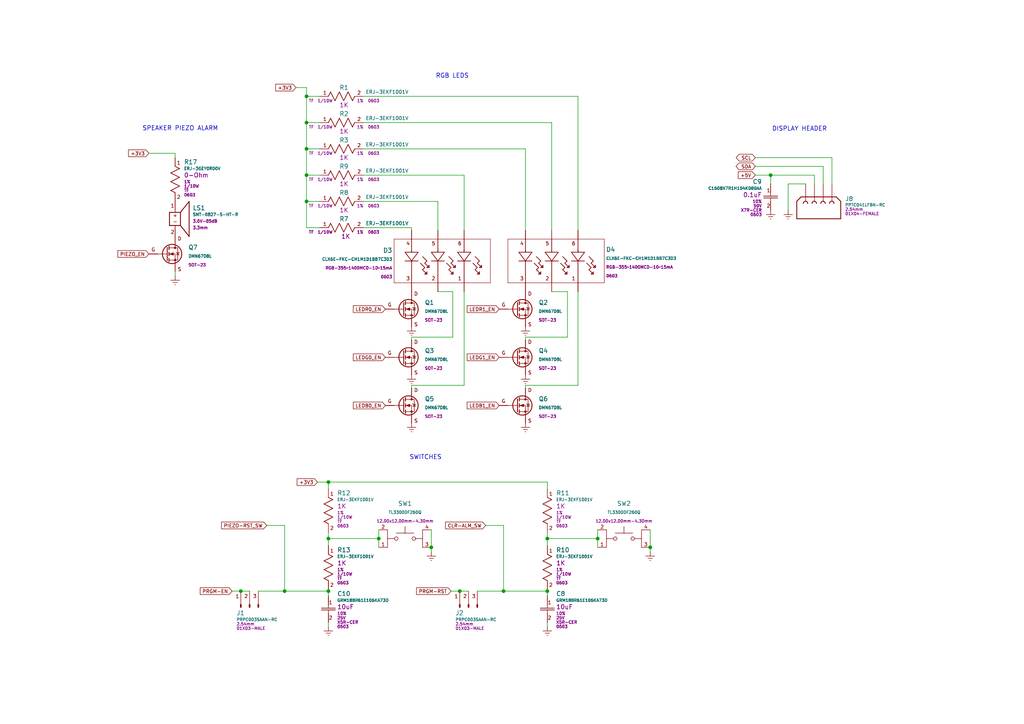
<source format=kicad_sch>
(kicad_sch (version 20211123) (generator eeschema)
  (paper "A4")
  (title_block (title "AED SMART ALARM BASE STATION") (date "2023-03-18") (rev "1.3") (company "ECE 490/491 GROUP 16 DESTIN CHAN, PEI-YU HUANG, MOHAMMAD KAMAL, SHU-YU LIN") (comment 1 "PERIPHERALS"))
  (lib_symbols
    (symbol "1. 4 Pin Header Socket:PPTC041LFBN-RC" (pin_numbers hide) (pin_names (offset 1.016) hide)
      (property "Reference" "J" (at 13.5636 5.2324 0))
      (property "Value" "PPTC041LFBN-RC" (at 13.5636 3.8608 0))
      (property "Pitch Mating" "2.54mm" (at 13.97 2.54 0))
      (property "Connector Type" "01X04-FEMALE" (at 13.3604 0.7112 0))
      (symbol "PPTC041LFBN-RC_0_0"
        (polyline (pts (xy -0.0508 0) (xy -0.0508 5.0292)) (stroke (width 0.254)))
        (polyline (pts (xy 1.2192 6.35) (xy -0.0508 5.08)) (stroke (width 0.254)))
        (polyline (pts (xy 1.2192 6.35) (xy 2.4892 6.35)) (stroke (width 0.254)))
        (polyline (pts (xy 2.4892 6.35) (xy 11.3792 6.35)) (stroke (width 0.254)))
        (polyline (pts (xy 11.3792 6.35) (xy 12.6492 5.08)) (stroke (width 0.254)))
        (polyline (pts (xy 12.7 0) (xy 0 0)) (stroke (width 0.254)))
        (polyline (pts (xy 12.7 0) (xy 12.7 5.0292)) (stroke (width 0.254)))
        (arc (start 3.1242 4.445) (mid 2.4892 5.08) (end 1.8542 4.445) (stroke (width 0.254)))
        (arc (start 5.6642 4.445) (mid 5.0292 5.08) (end 4.3942 4.445) (stroke (width 0.254)))
        (arc (start 8.2042 4.445) (mid 7.5692 5.08) (end 6.9342 4.445) (stroke (width 0.254)))
        (arc (start 10.7442 4.445) (mid 10.1092 5.08) (end 9.4742 4.445) (stroke (width 0.254)))
        (pin passive line (at 2.54 10.1092 270) (length 5.08) (name "1") (number "1"))
        (pin passive line (at 5.08 10.1092 270) (length 5.08) (name "2") (number "2"))
        (pin passive line (at 7.62 10.1092 270) (length 5.08) (name "3") (number "3"))
        (pin passive line (at 10.16 10.1092 270) (length 5.08) (name "4") (number "4"))
      )
    )
    (symbol "1. Buzzer:SMT-0827-S-HT-R" (pin_numbers hide) (pin_names (offset 1.016) hide)
      (property "Reference" "LS1" (at 5.08 -1.905 0))
      (property "Value" "SMT-0827-S-HT-R" (at 5.08 -3.81 0))
      (property "Voltage-Sound Pressure" "3.6V-85dB" (at 5.08 -5.715 0))
      (property "Max Package Height" "3.3mm" (at 5.08 -7.62 0))
      (symbol "SMT-0827-S-HT-R_0_0"
        (polyline (pts (xy -1.651 -6.985) (xy -1.016 -6.985)) (stroke (width 0.254)))
        (polyline (pts (xy -1.651 -3.175) (xy -1.651 -6.985)) (stroke (width 0.254)))
        (polyline (pts (xy -1.651 -3.175) (xy -1.016 -3.175)) (stroke (width 0.254)))
        (polyline (pts (xy -1.016 -6.985) (xy 1.524 -6.985)) (stroke (width 0.254)))
        (polyline (pts (xy -1.016 -3.175) (xy 1.524 -3.175)) (stroke (width 0.254)))
        (polyline (pts (xy 0 -7.62) (xy 0 -6.985)) (stroke (width 0.1524)))
        (polyline (pts (xy 0 -2.54) (xy 0 -3.175)) (stroke (width 0.1524)))
        (polyline (pts (xy 1.524 -6.985) (xy 1.524 -3.175)) (stroke (width 0.254)))
        (polyline (pts (xy 1.524 -6.985) (xy 4.064 -10.16)) (stroke (width 0.254)))
        (polyline (pts (xy 1.524 -3.175) (xy 4.064 0)) (stroke (width 0.254)))
        (polyline (pts (xy 4.064 -10.16) (xy 4.064 0)) (stroke (width 0.254)))
        (text "+" (at 0 -4.064 0) (effects (font (size 1 1))))
        (text "-" (at 0 -5.842 0) (effects (font (size 1 1))))
        (text "1" (at -0.762 -1.27 0) (effects (font (size 1 1))))
        (text "2" (at -0.762 -8.89 0) (effects (font (size 1 1))))
        (pin passive line (at 0 0 270) (length 2.54) (name "+") (number "1"))
        (pin passive line (at 0 -10.16 90) (length 2.54) (name "-") (number "2"))
        (pin no_connect line (at -3.302 -4.826 0) (length 2.54) hide (name "NC") (number "3"))
        (pin no_connect line (at -3.302 -6.35 0) (length 2.54) hide (name "NC") (number "4"))
      )
    )
    (symbol "1. Capacitor - 0.1u:C1608X7R1H104K080AA" (pin_numbers hide) (pin_names (offset 1.651) hide)
      (property "Reference" "C" (at 2.54 0.254 0))
      (property "Value" "C1608X7R1H104K080AA" (at 0.127 -17.78 0))
      (property "Capacitance" "0.1uF" (at 2.54 -1.524 0))
      (property "Tolerance" "10%" (at 2.794 -3.302 0))
      (property "Rated Voltage" "50V" (at 2.794 -4.826 0))
      (property "Code" "X7R-CER" (at 2.794 -6.35 0))
      (property "Size" "0603" (at 2.794 -7.874 0))
      (symbol "C1608X7R1H104K080AA_0_0"
        (polyline (pts (xy 0 -5.08) (xy 0 -4.064)))
        (polyline (pts (xy 0 -3.556) (xy 0 -2.54)))
        (text "1" (at 0.635 -1.905 0) (effects (font (size 1 1))))
        (text "2" (at 0.635 -6.35 0) (effects (font (size 1 1))))
      )
      (symbol "C1608X7R1H104K080AA_1_1"
        (polyline (pts (xy -2.032 -4.064) (xy 2.032 -4.064)) (stroke (width 0.2032)))
        (polyline (pts (xy -2.032 -3.556) (xy 2.032 -3.556)) (stroke (width 0.2032)))
        (pin passive line (at 0 0 270) (length 2.54) (name "1") (number "1"))
        (pin passive line (at 0 -7.62 90) (length 2.54) (name "2") (number "2"))
      )
    )
    (symbol "1. Capacitor - 10u:GRM188R61E106KA73D" (pin_numbers hide) (pin_names (offset 1.651) hide)
      (property "Reference" "C" (at 2.54 0.254 0))
      (property "Value" "GRM188R61E106KA73D" (at 0 -22.86 0))
      (property "Capacitance" "10uF" (at 2.54 -1.651 0))
      (property "Tolerance" "10%" (at 2.794 -3.683 0))
      (property "Rated Voltage" "25V" (at 2.794 -5.588 0))
      (property "Code" "X5R-CER" (at 2.794 -7.493 0))
      (property "Size" "0603" (at 2.794 -9.398 0))
      (symbol "GRM188R61E106KA73D_0_0"
        (polyline (pts (xy 0 -5.08) (xy 0 -4.064)))
        (polyline (pts (xy 0 -3.556) (xy 0 -2.54)))
        (text "1" (at 0.635 -1.905 0) (effects (font (size 1 1))))
        (text "2" (at 0.635 -6.35 0) (effects (font (size 1 1))))
      )
      (symbol "GRM188R61E106KA73D_1_1"
        (polyline (pts (xy -2.032 -4.064) (xy 2.032 -4.064)) (stroke (width 0.2032)))
        (polyline (pts (xy -2.032 -3.556) (xy 2.032 -3.556)) (stroke (width 0.2032)))
        (pin passive line (at 0 0 270) (length 2.54) (name "1") (number "1"))
        (pin passive line (at 0 -7.62 90) (length 2.54) (name "2") (number "2"))
      )
    )
    (symbol "1. Jumper Pins:PRPC003SAAN-RC" (pin_numbers hide) (pin_names (offset 1.016) hide)
      (property "Reference" "J" (at 4.2164 -2.9972 0))
      (property "Value" "PRPC003SAAN-RC" (at 0.762 -6.2992 0))
      (property "Pitch Mating" "2.54mm" (at 6.9088 -3.2004 0))
      (property "Connector Type" "01X03-MALE" (at 0.762 -1.2192 0))
      (symbol "PRPC003SAAN-RC_0_0"
        (rectangle (start -0.1524 4.7244) (end 0.1524 3.8608) (stroke (width 0.1524)) (fill (type outline)))
        (rectangle (start 2.3876 4.7244) (end 2.6924 3.8608) (stroke (width 0.1524)) (fill (type outline)))
        (rectangle (start 4.9276 4.7244) (end 5.2324 3.8608) (stroke (width 0.1524)) (fill (type outline)))
        (text "1" (at -1.016 1.524 0) (effects (font (size 1 1))))
        (text "2" (at 1.524 1.4732 0) (effects (font (size 1 1))))
        (text "3" (at 4.064 1.4732 0) (effects (font (size 1 1))))
        (pin passive line (at 0 0 90) (length 3.81) (name "Pin_1") (number "1"))
        (pin passive line (at 2.54 0 90) (length 3.81) (name "Pin_2") (number "2"))
        (pin passive line (at 5.08 0 90) (length 3.81) (name "Pin_3") (number "3"))
      )
    )
    (symbol "1. LED - RGB:CLX6E-FKC-CH1M1D1BB7C3D3" (pin_numbers hide) (pin_names hide)
      (property "Reference" "D" (at 23.495 -6.35 0))
      (property "Value" "CLX6E-FKC-CH1M1D1BB7C3D3" (at 23.495 -8.89 0))
      (property "Colour-Intensity-FWD Current" "RGB-355~1400MCD-10~15mA" (at 23.495 -10.795 0))
      (property "Size" "0603" (at 23.495 -12.7 0))
      (symbol "CLX6E-FKC-CH1M1D1BB7C3D3_0_0"
        (text "1" (at 13.97 -13.97 0) (effects (font (size 1 1))))
        (text "2" (at 6.35 -13.97 0) (effects (font (size 1 1))))
        (text "3" (at -1.016 -13.97 0) (effects (font (size 1 1))))
        (text "4" (at -1.016 -3.81 0) (effects (font (size 1 1))))
        (text "5" (at 6.35 -3.81 0) (effects (font (size 1 1))))
        (text "6" (at 13.97 -3.81 0) (effects (font (size 1 1))))
      )
      (symbol "CLX6E-FKC-CH1M1D1BB7C3D3_1_1"
        (polyline (pts (xy -5.08 -15.24) (xy -5.08 -2.54)) (stroke (width 0.127)))
        (polyline (pts (xy -5.08 -2.54) (xy 22.86 -2.54)) (stroke (width 0.127)))
        (polyline (pts (xy -1.905 -8.89) (xy 1.905 -8.89)) (stroke (width 0.2032)))
        (polyline (pts (xy -1.905 -6.35) (xy 0 -8.89)) (stroke (width 0.2032)))
        (polyline (pts (xy 0 -8.89) (xy 0 -15.24)) (stroke (width 0.2032)))
        (polyline (pts (xy 0 -8.89) (xy 1.905 -6.35)) (stroke (width 0.2032)))
        (polyline (pts (xy 0 -5.715) (xy 0 -6.35)) (stroke (width 0.2032)))
        (polyline (pts (xy 0 -2.54) (xy 0 -6.0198)) (stroke (width 0.2032)))
        (polyline (pts (xy 1.905 -6.35) (xy -1.905 -6.35)) (stroke (width 0.2032)))
        (polyline (pts (xy 2.54 -9.525) (xy 3.81 -10.795)) (stroke (width 0.2032)))
        (polyline (pts (xy 3.175 -11.43) (xy 4.445 -12.7)) (stroke (width 0.2032)))
        (polyline (pts (xy 3.175 -7.62) (xy 4.445 -8.89)) (stroke (width 0.2032)))
        (polyline (pts (xy 3.81 -12.7) (xy 4.445 -12.7)) (stroke (width 0.2032)))
        (polyline (pts (xy 3.81 -10.795) (xy 3.175 -11.43)) (stroke (width 0.2032)))
        (polyline (pts (xy 3.81 -9.525) (xy 5.08 -10.795)) (stroke (width 0.2032)))
        (polyline (pts (xy 4.445 -12.7) (xy 4.445 -12.065)) (stroke (width 0.2032)))
        (polyline (pts (xy 4.445 -12.065) (xy 3.81 -12.7)) (stroke (width 0.2032)))
        (polyline (pts (xy 4.445 -10.795) (xy 5.08 -10.795)) (stroke (width 0.2032)))
        (polyline (pts (xy 4.445 -8.89) (xy 3.81 -9.525)) (stroke (width 0.2032)))
        (polyline (pts (xy 5.08 -10.795) (xy 5.08 -10.16)) (stroke (width 0.2032)))
        (polyline (pts (xy 5.08 -10.16) (xy 4.445 -10.795)) (stroke (width 0.2032)))
        (polyline (pts (xy 5.715 -8.89) (xy 9.525 -8.89)) (stroke (width 0.2032)))
        (polyline (pts (xy 5.715 -6.35) (xy 7.62 -8.89)) (stroke (width 0.2032)))
        (polyline (pts (xy 7.62 -8.89) (xy 7.62 -15.24)) (stroke (width 0.2032)))
        (polyline (pts (xy 7.62 -8.89) (xy 9.525 -6.35)) (stroke (width 0.2032)))
        (polyline (pts (xy 7.62 -5.715) (xy 7.62 -6.35)) (stroke (width 0.2032)))
        (polyline (pts (xy 7.62 -2.54) (xy 7.62 -6.0198)) (stroke (width 0.2032)))
        (polyline (pts (xy 9.525 -6.35) (xy 5.715 -6.35)) (stroke (width 0.2032)))
        (polyline (pts (xy 10.16 -9.525) (xy 11.43 -10.795)) (stroke (width 0.2032)))
        (polyline (pts (xy 10.795 -11.43) (xy 12.065 -12.7)) (stroke (width 0.2032)))
        (polyline (pts (xy 10.795 -7.62) (xy 12.065 -8.89)) (stroke (width 0.2032)))
        (polyline (pts (xy 11.43 -12.7) (xy 12.065 -12.7)) (stroke (width 0.2032)))
        (polyline (pts (xy 11.43 -10.795) (xy 10.795 -11.43)) (stroke (width 0.2032)))
        (polyline (pts (xy 11.43 -9.525) (xy 12.7 -10.795)) (stroke (width 0.2032)))
        (polyline (pts (xy 12.065 -12.7) (xy 12.065 -12.065)) (stroke (width 0.2032)))
        (polyline (pts (xy 12.065 -12.065) (xy 11.43 -12.7)) (stroke (width 0.2032)))
        (polyline (pts (xy 12.065 -10.795) (xy 12.7 -10.795)) (stroke (width 0.2032)))
        (polyline (pts (xy 12.065 -8.89) (xy 11.43 -9.525)) (stroke (width 0.2032)))
        (polyline (pts (xy 12.7 -10.795) (xy 12.7 -10.16)) (stroke (width 0.2032)))
        (polyline (pts (xy 12.7 -10.16) (xy 12.065 -10.795)) (stroke (width 0.2032)))
        (polyline (pts (xy 13.335 -8.89) (xy 17.145 -8.89)) (stroke (width 0.2032)))
        (polyline (pts (xy 13.335 -6.35) (xy 15.24 -8.89)) (stroke (width 0.2032)))
        (polyline (pts (xy 15.24 -8.89) (xy 15.24 -15.24)) (stroke (width 0.2032)))
        (polyline (pts (xy 15.24 -8.89) (xy 17.145 -6.35)) (stroke (width 0.2032)))
        (polyline (pts (xy 15.24 -5.715) (xy 15.24 -6.35)) (stroke (width 0.2032)))
        (polyline (pts (xy 15.24 -2.54) (xy 15.24 -6.0198)) (stroke (width 0.2032)))
        (polyline (pts (xy 17.145 -6.35) (xy 13.335 -6.35)) (stroke (width 0.2032)))
        (polyline (pts (xy 17.78 -9.525) (xy 19.05 -10.795)) (stroke (width 0.2032)))
        (polyline (pts (xy 18.415 -11.43) (xy 19.685 -12.7)) (stroke (width 0.2032)))
        (polyline (pts (xy 18.415 -7.62) (xy 19.685 -8.89)) (stroke (width 0.2032)))
        (polyline (pts (xy 19.05 -12.7) (xy 19.685 -12.7)) (stroke (width 0.2032)))
        (polyline (pts (xy 19.05 -10.795) (xy 18.415 -11.43)) (stroke (width 0.2032)))
        (polyline (pts (xy 19.05 -9.525) (xy 20.32 -10.795)) (stroke (width 0.2032)))
        (polyline (pts (xy 19.685 -12.7) (xy 19.685 -12.065)) (stroke (width 0.2032)))
        (polyline (pts (xy 19.685 -12.065) (xy 19.05 -12.7)) (stroke (width 0.2032)))
        (polyline (pts (xy 19.685 -10.795) (xy 20.32 -10.795)) (stroke (width 0.2032)))
        (polyline (pts (xy 19.685 -8.89) (xy 19.05 -9.525)) (stroke (width 0.2032)))
        (polyline (pts (xy 20.32 -10.795) (xy 20.32 -10.16)) (stroke (width 0.2032)))
        (polyline (pts (xy 20.32 -10.16) (xy 19.685 -10.795)) (stroke (width 0.2032)))
        (polyline (pts (xy 22.86 -15.24) (xy -5.08 -15.24)) (stroke (width 0.127)))
        (polyline (pts (xy 22.86 -2.54) (xy 22.86 -15.24)) (stroke (width 0.127)))
        (pin passive line (at 15.24 -17.78 90) (length 2.54) (name "1") (number "1"))
        (pin passive line (at 7.62 -17.78 90) (length 2.54) (name "2") (number "2"))
        (pin passive line (at 0 -17.78 90) (length 2.54) (name "3") (number "3"))
        (pin passive line (at 0 0 270) (length 2.54) (name "4") (number "4"))
        (pin passive line (at 7.62 0 270) (length 2.54) (name "5") (number "5"))
        (pin passive line (at 15.24 0 270) (length 2.54) (name "6") (number "6"))
      )
    )
    (symbol "1. MOSFET:DMN67D8L_1" (pin_numbers hide) (pin_names hide)
      (property "Reference" "Q2" (at 6.35 1.9051 0))
      (property "Value" "DMN67D8L" (at 6.35 -0.6349 0))
      (property "Package" "SOT-23" (at 6.35 -3.1749 0))
      (symbol "DMN67D8L_1_0_0"
        (text "D" (at 3.81 4.445 0) (effects (font (size 1 1))))
        (text "G" (at -3.81 1.27 0) (effects (font (size 1 1))))
        (text "S" (at 3.81 -4.445 0) (effects (font (size 1 1))))
      )
      (symbol "DMN67D8L_1_0_1"
        (polyline (pts (xy 0.254 0) (xy -2.54 0)))
        (polyline (pts (xy 0.254 1.905) (xy 0.254 -1.905)) (stroke (width 0.254)))
        (polyline (pts (xy 0.762 -1.27) (xy 0.762 -2.286)) (stroke (width 0.254)))
        (polyline (pts (xy 0.762 0.508) (xy 0.762 -0.508)) (stroke (width 0.254)))
        (polyline (pts (xy 0.762 2.286) (xy 0.762 1.27)) (stroke (width 0.254)))
        (polyline (pts (xy 2.54 2.54) (xy 2.54 1.778)))
        (polyline (pts (xy 2.54 -2.54) (xy 2.54 0) (xy 0.762 0)))
        (polyline (pts (xy 0.762 -1.778) (xy 3.302 -1.778) (xy 3.302 1.778) (xy 0.762 1.778)))
        (polyline (pts (xy 1.016 0) (xy 2.032 0.381) (xy 2.032 -0.381) (xy 1.016 0)) (fill (type outline)))
        (polyline (pts (xy 2.794 0.508) (xy 2.921 0.381) (xy 3.683 0.381) (xy 3.81 0.254)))
        (polyline (pts (xy 3.302 0.381) (xy 2.921 -0.254) (xy 3.683 -0.254) (xy 3.302 0.381)))
        (circle (center 1.651 0) (radius 2.794) (stroke (width 0.254)))
        (circle (center 2.54 -1.778) (radius 0.254) (fill (type outline)))
        (circle (center 2.54 1.778) (radius 0.254) (fill (type outline)))
      )
      (symbol "DMN67D8L_1_1_1"
        (pin input line (at -5.08 0 0) (length 2.54) (name "G") (number "1"))
        (pin passive line (at 2.54 -5.08 90) (length 2.54) (name "S") (number "2"))
        (pin passive line (at 2.54 5.08 270) (length 2.54) (name "D") (number "3"))
      )
    )
    (symbol "1. Resistor - 0:ERJ-3GEY0R00V" (pin_numbers hide) (pin_names (offset -2.54) hide)
      (property "Reference" "R" (at 2.54 -1.27 0))
      (property "Value" "ERJ-3GEY0R00V" (at 2.54 -3.175 0))
      (property "Resistance" "0-Ohm" (at 2.54 -5.08 0))
      (property "Tolerance" "1%" (at 2.54 -6.985 0))
      (property "Power Dissipation" "1/10W" (at 2.54 -8.255 0))
      (property "Type" "TF" (at 2.54 -9.525 0))
      (property "Size" "0603" (at 2.54 -10.795 0))
      (symbol "ERJ-3GEY0R00V_0_0"
        (text "1" (at 1.016 -1.524 0) (effects (font (size 1 1))))
        (text "2" (at 1.016 -11.43 0) (effects (font (size 1 1))))
      )
      (symbol "ERJ-3GEY0R00V_1_1"
        (polyline (pts (xy -1.27 -9.525) (xy 1.27 -8.255)) (stroke (width 0.2032)))
        (polyline (pts (xy -1.27 -6.985) (xy 1.27 -5.715)) (stroke (width 0.2032)))
        (polyline (pts (xy -1.27 -4.445) (xy 1.27 -3.175)) (stroke (width 0.2032)))
        (polyline (pts (xy 0 -10.16) (xy -1.27 -9.525)) (stroke (width 0.2032)))
        (polyline (pts (xy 1.27 -8.255) (xy -1.27 -6.985)) (stroke (width 0.2032)))
        (polyline (pts (xy 1.27 -5.715) (xy -1.27 -4.445)) (stroke (width 0.2032)))
        (polyline (pts (xy 1.27 -3.175) (xy 0 -2.54)) (stroke (width 0.2032)))
        (pin passive line (at 0 0 270) (length 2.54) (name "1") (number "1"))
        (pin passive line (at 0 -12.7 90) (length 2.54) (name "2") (number "2"))
      )
    )
    (symbol "1. Resistor - 1k:ERJ-3EKF1001V" (pin_numbers hide) (pin_names (offset -2.54) hide)
      (property "Reference" "R" (at 2.54 -1.27 0))
      (property "Value" "ERJ-3EKF1001V" (at 2.54 -3.175 0))
      (property "Resistance" "1K" (at 2.54 -5.08 0))
      (property "Tolerance" "1%" (at 2.54 -6.985 0))
      (property "Power Dissipation" "1/10W" (at 2.54 -8.255 0))
      (property "Type" "TF" (at 2.54 -9.525 0))
      (property "Size" "0603" (at 2.54 -10.795 0))
      (symbol "ERJ-3EKF1001V_0_0"
        (text "1" (at 1.016 -1.524 0) (effects (font (size 1 1))))
        (text "2" (at 1.016 -11.43 0) (effects (font (size 1 1))))
      )
      (symbol "ERJ-3EKF1001V_1_1"
        (polyline (pts (xy -1.27 -9.525) (xy 1.27 -8.255)) (stroke (width 0.2032)))
        (polyline (pts (xy -1.27 -6.985) (xy 1.27 -5.715)) (stroke (width 0.2032)))
        (polyline (pts (xy -1.27 -4.445) (xy 1.27 -3.175)) (stroke (width 0.2032)))
        (polyline (pts (xy 0 -10.16) (xy -1.27 -9.525)) (stroke (width 0.2032)))
        (polyline (pts (xy 1.27 -8.255) (xy -1.27 -6.985)) (stroke (width 0.2032)))
        (polyline (pts (xy 1.27 -5.715) (xy -1.27 -4.445)) (stroke (width 0.2032)))
        (polyline (pts (xy 1.27 -3.175) (xy 0 -2.54)) (stroke (width 0.2032)))
        (pin passive line (at 0 0 270) (length 2.54) (name "1") (number "1"))
        (pin passive line (at 0 -12.7 90) (length 2.54) (name "2") (number "2"))
      )
    )
    (symbol "1. Tactile Switch:TL3300DF260Q" (pin_names (offset 1.016))
      (property "Reference" "SW?" (at 0.0762 10.0838 0))
      (property "Value" "TL3300DF260Q" (at -0.2794 8.6106 0))
      (property "Size" "12.00x12.00mm-4.30mm" (at 0 7.2898 0))
      (symbol "TL3300DF260Q_0_0"
        (circle (center -2.54 0) (radius 0.508) (stroke (width 0.1524)))
        (polyline (pts (xy -5.08 0) (xy -3.048 0)) (stroke (width 0.1524)))
        (polyline (pts (xy -5.08 2.54) (xy -5.08 -2.54)) (stroke (width 0.1524)))
        (polyline (pts (xy -2.54 1.5875) (xy 0 1.5875)) (stroke (width 0.1524)))
        (polyline (pts (xy 0 1.5875) (xy 0 3.4925)) (stroke (width 0.1524)))
        (polyline (pts (xy 0 1.5875) (xy 2.54 1.5875)) (stroke (width 0.1524)))
        (polyline (pts (xy 5.08 0) (xy 3.048 0)) (stroke (width 0.1524)))
        (polyline (pts (xy 5.08 2.54) (xy 5.08 -2.54)) (stroke (width 0.1524)))
        (circle (center 2.54 0) (radius 0.508) (stroke (width 0.1524)))
        (pin passive line (at -7.62 -2.54 0) (length 2.54) (name "~") (number "1"))
        (pin passive line (at -7.62 2.54 0) (length 2.54) (name "~") (number "2"))
        (pin passive line (at 7.62 -2.54 180) (length 2.54) (name "~") (number "3"))
        (pin passive line (at 7.62 2.54 180) (length 2.54) (name "~") (number "4"))
      )
    )
    (symbol "ERJ-3EKF1001V_2" (pin_numbers hide) (pin_names (offset -2.54) hide)
      (property "Reference" "R?" (at 5.715 2.54 0))
      (property "Value" "ERJ-3EKF1001V_2" (at 13.335 1.27 0))
      (property "Resistance" "1K" (at 5.715 -2.54 0))
      (property "Tolerance" "1%" (at 10.795 -1.27 0))
      (property "Power Dissipation" "1/10W" (at -0.635 -1.27 0))
      (property "Type" "TF" (at -3.175 -1.27 0))
      (property "Size" "0603" (at 13.97 -1.27 0))
      (symbol "ERJ-3EKF1001V_2_0_0"
        (text "1" (at 1.524 1.016 0) (effects (font (size 1 1))))
        (text "2" (at 11.43 1.016 0) (effects (font (size 1 1))))
      )
      (symbol "ERJ-3EKF1001V_2_1_1"
        (polyline (pts (xy 3.175 1.27) (xy 2.54 0)) (stroke (width 0.2032)))
        (polyline (pts (xy 4.445 -1.27) (xy 3.175 1.27)) (stroke (width 0.2032)))
        (polyline (pts (xy 5.715 1.27) (xy 4.445 -1.27)) (stroke (width 0.2032)))
        (polyline (pts (xy 6.985 -1.27) (xy 5.715 1.27)) (stroke (width 0.2032)))
        (polyline (pts (xy 8.255 1.27) (xy 6.985 -1.27)) (stroke (width 0.2032)))
        (polyline (pts (xy 9.525 -1.27) (xy 8.255 1.27)) (stroke (width 0.2032)))
        (polyline (pts (xy 10.16 0) (xy 9.525 -1.27)) (stroke (width 0.2032)))
        (pin passive line (at 0 0 0) (length 2.54) (name "1") (number "1"))
        (pin passive line (at 12.7 0 180) (length 2.54) (name "2") (number "2"))
      )
    )
    (symbol "TL3300DF260Q_1" (pin_names (offset 1.016))
      (property "Reference" "SW?" (at 0.0762 10.0838 0))
      (property "Value" "TL3300DF260Q_1" (at -0.2794 8.6106 0))
      (property "Size" "12.00x12.00mm-4.30mm" (at 0 7.2898 0))
      (symbol "TL3300DF260Q_1_0_0"
        (circle (center -2.54 0) (radius 0.508) (stroke (width 0.1524)))
        (polyline (pts (xy -5.08 0) (xy -3.048 0)) (stroke (width 0.1524)))
        (polyline (pts (xy -5.08 2.54) (xy -5.08 -2.54)) (stroke (width 0.1524)))
        (polyline (pts (xy -2.54 1.5875) (xy 0 1.5875)) (stroke (width 0.1524)))
        (polyline (pts (xy 0 1.5875) (xy 0 3.4925)) (stroke (width 0.1524)))
        (polyline (pts (xy 0 1.5875) (xy 2.54 1.5875)) (stroke (width 0.1524)))
        (polyline (pts (xy 5.08 0) (xy 3.048 0)) (stroke (width 0.1524)))
        (polyline (pts (xy 5.08 2.54) (xy 5.08 -2.54)) (stroke (width 0.1524)))
        (circle (center 2.54 0) (radius 0.508) (stroke (width 0.1524)))
        (pin passive line (at -7.62 -2.54 0) (length 2.54) (name "~") (number "1"))
        (pin passive line (at -7.62 2.54 0) (length 2.54) (name "~") (number "2"))
        (pin passive line (at 7.62 -2.54 180) (length 2.54) (name "~") (number "3"))
        (pin passive line (at 7.62 2.54 180) (length 2.54) (name "~") (number "4"))
      )
    )
    (symbol "power:Earth" (power) (pin_names (offset 0))
      (symbol "Earth_0_1"
        (polyline (pts (xy -0.635 -1.905) (xy 0.635 -1.905)))
        (polyline (pts (xy -0.127 -2.54) (xy 0.127 -2.54)))
        (polyline (pts (xy 0 -1.27) (xy 0 0)))
        (polyline (pts (xy 1.27 -1.27) (xy -1.27 -1.27)))
      )
      (symbol "Earth_1_1"
        (pin power_in line (at 0 0 270) (length 0) hide (name "Earth") (number "1"))
      )
    )
  )
  (junction (at 158.75 171.45))
  (junction (at 69.85 171.45))
  (junction (at 95.25 171.45))
  (junction (at 109.855 156.21))
  (junction (at 146.05 171.45))
  (junction (at 223.52 50.8))
  (junction (at 88.9 27.94))
  (junction (at 95.25 156.21))
  (junction (at 173.355 156.21))
  (junction (at 158.75 156.21))
  (junction (at 88.9 43.18))
  (junction (at 133.35 171.45))
  (junction (at 95.25 139.827))
  (junction (at 125.095 158.75))
  (junction (at 88.9 58.42))
  (junction (at 188.595 158.75))
  (junction (at 82.55 171.45))
  (junction (at 88.9 35.56))
  (junction (at 88.9 50.8))
  (wire (pts (xy 88.9 50.8) (xy 88.9 58.42)))
  (wire (pts (xy 133.35 171.45) (xy 135.89 171.45)))
  (wire (pts (xy 219.075 48.26) (xy 238.76 48.26)))
  (wire (pts (xy 152.4 97.79) (xy 164.592 97.79)))
  (wire (pts (xy 67.31 171.45) (xy 69.85 171.45)))
  (wire (pts (xy 43.18 44.45) (xy 50.8 44.45)))
  (wire (pts (xy 74.93 171.45) (xy 82.55 171.45)))
  (wire (pts (xy 158.75 154.432) (xy 158.75 156.21)))
  (wire (pts (xy 173.355 153.67) (xy 173.355 156.21)))
  (wire (pts (xy 105.41 50.8) (xy 134.62 50.8)))
  (wire (pts (xy 92.71 27.94) (xy 88.9 27.94)))
  (wire (pts (xy 50.8 78.74) (xy 50.8 80.01)))
  (wire (pts (xy 158.75 156.21) (xy 173.355 156.21)))
  (wire (pts (xy 228.6 53.34) (xy 228.6 60.96)))
  (wire (pts (xy 50.8 44.45) (xy 50.8 45.72)))
  (wire (pts (xy 219.075 45.72) (xy 241.3 45.72)))
  (wire (pts (xy 152.4 43.18) (xy 152.4 66.802)))
  (wire (pts (xy 160.02 35.56) (xy 160.02 66.802)))
  (wire (pts (xy 130.81 171.45) (xy 133.35 171.45)))
  (wire (pts (xy 167.64 111.76) (xy 167.64 84.582)))
  (wire (pts (xy 236.22 50.8) (xy 236.22 53.34)))
  (wire (pts (xy 95.25 154.432) (xy 95.25 156.21)))
  (wire (pts (xy 92.71 50.8) (xy 88.9 50.8)))
  (wire (pts (xy 105.41 27.94) (xy 167.64 27.94)))
  (wire (pts (xy 119.38 97.79) (xy 131.318 97.79)))
  (wire (pts (xy 173.355 156.21) (xy 173.355 158.75)))
  (wire (pts (xy 219.075 50.8) (xy 223.52 50.8)))
  (wire (pts (xy 241.3 45.72) (xy 241.3 53.34)))
  (wire (pts (xy 140.843 152.4) (xy 146.05 152.4)))
  (wire (pts (xy 127 58.42) (xy 127 66.802)))
  (wire (pts (xy 152.4 97.79) (xy 152.4 98.552)))
  (wire (pts (xy 92.075 139.827) (xy 95.25 139.827)))
  (wire (pts (xy 88.9 58.42) (xy 92.71 58.42)))
  (wire (pts (xy 158.75 170.942) (xy 158.75 171.45)))
  (wire (pts (xy 95.25 156.21) (xy 95.25 158.242)))
  (wire (pts (xy 95.25 170.942) (xy 95.25 171.45)))
  (wire (pts (xy 188.595 158.75) (xy 188.595 160.02)))
  (wire (pts (xy 85.852 25.4) (xy 88.9 25.4)))
  (wire (pts (xy 92.71 66.04) (xy 88.9 66.04)))
  (wire (pts (xy 146.05 171.45) (xy 158.75 171.45)))
  (wire (pts (xy 105.41 66.04) (xy 119.38 66.04)))
  (wire (pts (xy 82.55 171.45) (xy 95.25 171.45)))
  (wire (pts (xy 92.71 43.18) (xy 88.9 43.18)))
  (wire (pts (xy 95.25 171.45) (xy 95.25 172.847)))
  (wire (pts (xy 164.592 84.582) (xy 160.02 84.582)))
  (wire (pts (xy 95.25 139.827) (xy 158.75 139.827)))
  (wire (pts (xy 164.592 97.79) (xy 164.592 84.582)))
  (wire (pts (xy 233.68 53.34) (xy 228.6 53.34)))
  (wire (pts (xy 125.095 158.75) (xy 125.095 160.02)))
  (wire (pts (xy 188.595 153.67) (xy 188.595 158.75)))
  (wire (pts (xy 105.41 58.42) (xy 127 58.42)))
  (wire (pts (xy 158.75 180.467) (xy 158.75 181.737)))
  (wire (pts (xy 119.38 66.04) (xy 119.38 66.802)))
  (wire (pts (xy 238.76 48.26) (xy 238.76 53.34)))
  (wire (pts (xy 88.9 35.56) (xy 88.9 43.18)))
  (wire (pts (xy 109.855 153.67) (xy 109.855 156.21)))
  (wire (pts (xy 119.38 97.79) (xy 119.38 98.552)))
  (wire (pts (xy 131.318 97.79) (xy 131.318 84.582)))
  (wire (pts (xy 88.9 25.4) (xy 88.9 27.94)))
  (wire (pts (xy 95.25 139.827) (xy 95.25 141.732)))
  (wire (pts (xy 69.85 171.45) (xy 72.39 171.45)))
  (wire (pts (xy 77.343 152.4) (xy 82.55 152.4)))
  (wire (pts (xy 223.52 50.8) (xy 223.52 53.34)))
  (wire (pts (xy 152.4 111.76) (xy 167.64 111.76)))
  (wire (pts (xy 146.05 152.4) (xy 146.05 171.45)))
  (wire (pts (xy 223.52 50.8) (xy 236.22 50.8)))
  (wire (pts (xy 158.75 156.21) (xy 158.75 158.242)))
  (wire (pts (xy 105.41 35.56) (xy 160.02 35.56)))
  (wire (pts (xy 134.62 111.76) (xy 134.62 84.582)))
  (wire (pts (xy 88.9 43.18) (xy 88.9 50.8)))
  (wire (pts (xy 134.62 50.8) (xy 134.62 66.802)))
  (wire (pts (xy 138.43 171.45) (xy 146.05 171.45)))
  (wire (pts (xy 167.64 27.94) (xy 167.64 66.802)))
  (wire (pts (xy 95.25 156.21) (xy 109.855 156.21)))
  (wire (pts (xy 125.095 153.67) (xy 125.095 158.75)))
  (wire (pts (xy 131.318 84.582) (xy 127 84.582)))
  (wire (pts (xy 82.55 152.4) (xy 82.55 171.45)))
  (wire (pts (xy 95.25 180.467) (xy 95.25 181.737)))
  (wire (pts (xy 88.9 27.94) (xy 88.9 35.56)))
  (wire (pts (xy 88.9 58.42) (xy 88.9 66.04)))
  (wire (pts (xy 152.4 111.76) (xy 152.4 112.522)))
  (wire (pts (xy 109.855 156.21) (xy 109.855 158.75)))
  (wire (pts (xy 105.41 43.18) (xy 152.4 43.18)))
  (wire (pts (xy 158.75 139.827) (xy 158.75 141.732)))
  (wire (pts (xy 119.38 111.76) (xy 134.62 111.76)))
  (wire (pts (xy 88.9 35.56) (xy 92.71 35.56)))
  (wire (pts (xy 158.75 171.45) (xy 158.75 172.847)))
  (wire (pts (xy 119.38 111.76) (xy 119.38 112.522)))
  (text "SWITCHES" (at 118.745 133.477 0) (effects (font (size 1.27 1.27)) (justify left bottom)))
  (text "RGB LEDS" (at 126.365 22.86 0) (effects (font (size 1.27 1.27)) (justify left bottom)))
  (text "SPEAKER PIEZO ALARM\n" (at 41.275 38.1 0) (effects (font (size 1.27 1.27)) (justify left bottom)))
  (text "DISPLAY HEADER" (at 223.901 38.227 0) (effects (font (size 1.27 1.27)) (justify left bottom)))
  (global_label "CLR-ALM_SW" (shape input) (at 140.843 152.4 180) (effects (font (size 1 1))) (property "Intersheet References" "${INTERSHEET_REFS}" (effects hide)))
  (global_label "+3V3" (shape input) (at 43.18 44.45 180) (effects (font (size 1 1))) (property "Intersheet References" "${INTERSHEET_REFS}" (effects hide)))
  (global_label "PIEZO_EN" (shape input) (at 43.18 73.66 180) (effects (font (size 1 1))) (property "Intersheet References" "${INTERSHEET_REFS}" (effects hide)))
  (global_label "LEDG0_EN" (shape input) (at 111.76 103.632 180) (effects (font (size 1 1))) (property "Intersheet References" "${INTERSHEET_REFS}" (effects hide)))
  (global_label "LEDR0_EN" (shape input) (at 111.76 89.662 180) (effects (font (size 1 1))) (property "Intersheet References" "${INTERSHEET_REFS}" (effects hide)))
  (global_label "PRGM-EN" (shape input) (at 67.31 171.45 180) (effects (font (size 1 1))) (property "Intersheet References" "${INTERSHEET_REFS}" (effects hide)))
  (global_label "LEDG1_EN" (shape input) (at 144.78 103.632 180) (effects (font (size 1 1))) (property "Intersheet References" "${INTERSHEET_REFS}" (effects hide)))
  (global_label "+5V" (shape input) (at 219.075 50.8 180) (effects (font (size 1 1))) (property "Intersheet References" "${INTERSHEET_REFS}" (effects hide)))
  (global_label "+3V3" (shape input) (at 85.852 25.4 180) (effects (font (size 1 1))) (property "Intersheet References" "${INTERSHEET_REFS}" (effects hide)))
  (global_label "SDA" (shape bidirectional) (at 219.075 48.26 180) (effects (font (size 1 1))) (property "Intersheet References" "${INTERSHEET_REFS}" (effects hide)))
  (global_label "LEDB0_EN" (shape input) (at 111.76 117.602 180) (effects (font (size 1 1))) (property "Intersheet References" "${INTERSHEET_REFS}" (effects hide)))
  (global_label "LEDB1_EN" (shape input) (at 144.78 117.602 180) (effects (font (size 1 1))) (property "Intersheet References" "${INTERSHEET_REFS}" (effects hide)))
  (global_label "+3V3" (shape input) (at 92.075 139.827 180) (effects (font (size 1 1))) (property "Intersheet References" "${INTERSHEET_REFS}" (effects hide)))
  (global_label "LEDR1_EN" (shape input) (at 144.78 89.662 180) (effects (font (size 1 1))) (property "Intersheet References" "${INTERSHEET_REFS}" (effects hide)))
  (global_label "PRGM-RST" (shape input) (at 130.81 171.45 180) (effects (font (size 1 1))) (property "Intersheet References" "${INTERSHEET_REFS}" (effects hide)))
  (global_label "PIEZO-RST_SW" (shape input) (at 77.343 152.4 180) (effects (font (size 1 1))) (property "Intersheet References" "${INTERSHEET_REFS}" (effects hide)))
  (global_label "SCL" (shape bidirectional) (at 219.075 45.72 180) (effects (font (size 1 1))) (property "Intersheet References" "${INTERSHEET_REFS}" (effects hide)))
  (symbol (lib_id "1. LED - RGB:CLX6E-FKC-CH1M1D1BB7C3D3") (at 119.38 66.802 0) (unit 1)
    (property "Reference" "D3" (at 113.792 72.644 0) (effects (justify right)))
    (property "Value" "CLX6E-FKC-CH1M1D1BB7C3D3" (at 113.792 75.184 0) (effects (font (size 0.85 0.85)) (justify right)))
    (property "Footprint" "1. CLX6E-FKC-CH1M1D1BB7C3D3 (RGB LED):CLX6E-FKC-CH1M1D1BB7C3D3" (effects hide))
    (property "Datasheet" "https://assets.cree-led.com/a/ds/h/HB-CLX6E-FKC.pdf" (effects hide))
    (property "Colour-Intensity-FWD Current" "RGB-355~1400MCD-10~15mA" (at 113.792 77.724 0) (effects (font (size 0.85 0.85)) (justify right)))
    (property "Size" "0603" (at 113.792 80.264 0) (effects (font (size 0.85 0.85)) (justify right)))
  )
  (symbol (lib_name "TL3300DF260Q_1") (lib_id "1. Tactile Switch:TL3300DF260Q") (at 180.975 156.21 0) (unit 1)
    (property "Reference" "SW2" (at 180.975 146.05 0))
    (property "Value" "TL3300DF260Q" (at 180.975 148.59 0) (effects (font (size 0.85 0.85))))
    (property "Footprint" "1. TL3300DF260Q (Tactile Switch):TL3300DF260Q" (effects hide))
    (property "Datasheet" "https://eswitch.wpengine.com/wp-content/uploads/2022/06/TL3300.pdf" (effects hide))
    (property "Size" "12.00x12.00mm-4.30mm" (at 180.975 151.13 0) (effects (font (size 0.85 0.85))))
    (property "PARTREV" "A" (effects hide))
    (property "SNAPEDA_PN" "TL3300DF260Q" (effects hide))
    (property "MANUFACTURER" "E-Switch" (effects hide))
    (property "STANDARD" "Manufacturer Recommendations" (effects hide))
  )
  (symbol (lib_id "power:Earth") (at 50.8 80.01 0) (unit 1)
    (property "Reference" "#PWR016" (effects hide))
    (property "Value" "Earth" (effects hide))
  )
  (symbol (lib_id "1. MOSFET:DMN67D8L_1") (at 149.86 103.632 0) (unit 1)
    (property "Reference" "Q4" (at 156.21 101.7269 0) (effects (justify left)))
    (property "Value" "DMN67D8L" (at 156.21 104.2669 0) (effects (font (size 0.85 0.85)) (justify left)))
    (property "Footprint" "1. DMN67D8L-7 (MOSFET):DMN67D8L-7" (effects hide))
    (property "Datasheet" "http://www.diodes.com/assets/Datasheets/DMN67D8L.pdf" (effects hide))
    (property "Package" "SOT-23" (at 156.21 106.8069 0) (effects (font (size 0.85 0.85)) (justify left)))
  )
  (symbol (lib_id "1. Resistor - 1k:ERJ-3EKF1001V") (at 158.75 158.242 0) (unit 1)
    (property "Reference" "R10" (at 161.29 159.512 0) (effects (justify left)))
    (property "Value" "ERJ-3EKF1001V" (at 161.29 161.417 0) (effects (font (size 0.85 0.85)) (justify left)))
    (property "Footprint" "1. ERJ-3EKF1001V (1k Resistor):ERJ-3EKF1001V" (effects hide))
    (property "Datasheet" "https://industrial.panasonic.com/cdbs/www-data/pdf/RDA0000/AOA0000C304.pdf" (effects hide))
    (property "Resistance" "1K" (at 161.29 163.322 0) (effects (justify left)))
    (property "Tolerance" "1%" (at 161.29 165.227 0) (effects (font (size 0.85 0.85)) (justify left)))
    (property "Power Dissipation" "1/10W" (at 161.29 166.497 0) (effects (font (size 0.85 0.85)) (justify left)))
    (property "Type" "TF" (at 161.29 167.767 0) (effects (font (size 0.85 0.85)) (justify left)))
    (property "Size" "0603" (at 161.29 169.037 0) (effects (font (size 0.85 0.85)) (justify left)))
  )
  (symbol (lib_name "ERJ-3EKF1001V_2") (lib_id "1. Resistor - 1k:ERJ-3EKF1001V") (at 92.71 50.8 0) (unit 1)
    (property "Reference" "R9" (at 98.425 48.26 0) (effects (justify left)))
    (property "Value" "ERJ-3EKF1001V" (at 106.045 49.53 0) (effects (font (size 1 1)) (justify left)))
    (property "Footprint" "1. ERJ-3EKF1001V (1k Resistor):ERJ-3EKF1001V" (effects hide))
    (property "Datasheet" "https://industrial.panasonic.com/cdbs/www-data/pdf/RDA0000/AOA0000C304.pdf" (effects hide))
    (property "Resistance" "1K" (at 98.425 53.34 0) (effects (justify left)))
    (property "Tolerance" "1%" (at 103.505 52.07 0) (effects (font (size 0.85 0.85)) (justify left)))
    (property "Power Dissipation" "1/10W" (at 92.075 52.07 0) (effects (font (size 0.85 0.85)) (justify left)))
    (property "Type" "TF" (at 89.535 52.07 0) (effects (font (size 0.85 0.85)) (justify left)))
    (property "Size" "0603" (at 106.68 52.07 0) (effects (font (size 0.85 0.85)) (justify left)))
  )
  (symbol (lib_name "ERJ-3EKF1001V_2") (lib_id "1. Resistor - 1k:ERJ-3EKF1001V") (at 92.71 27.94 0) (unit 1)
    (property "Reference" "R1" (at 98.425 25.4 0) (effects (justify left)))
    (property "Value" "ERJ-3EKF1001V" (at 106.045 26.67 0) (effects (font (size 1 1)) (justify left)))
    (property "Footprint" "1. ERJ-3EKF1001V (1k Resistor):ERJ-3EKF1001V" (effects hide))
    (property "Datasheet" "https://industrial.panasonic.com/cdbs/www-data/pdf/RDA0000/AOA0000C304.pdf" (effects hide))
    (property "Resistance" "1K" (at 98.425 30.48 0) (effects (justify left)))
    (property "Tolerance" "1%" (at 103.505 29.21 0) (effects (font (size 0.85 0.85)) (justify left)))
    (property "Power Dissipation" "1/10W" (at 92.075 29.21 0) (effects (font (size 0.85 0.85)) (justify left)))
    (property "Type" "TF" (at 89.535 29.21 0) (effects (font (size 0.85 0.85)) (justify left)))
    (property "Size" "0603" (at 106.68 29.21 0) (effects (font (size 0.85 0.85)) (justify left)))
  )
  (symbol (lib_id "1. 4 Pin Header Socket:PPTC041LFBN-RC") (at 231.14 63.4492 0) (unit 1)
    (property "Reference" "J8" (at 245.11 57.658 0) (effects (justify left)))
    (property "Value" "PPTC041LFBN-RC" (at 245.11 59.436 0) (effects (font (size 0.85 0.85)) (justify left)))
    (property "Footprint" "1. PPTC041LFBN-RC (4-pin Socket):PPTC041LFBN-RC" (effects hide))
    (property "Datasheet" "https://media.digikey.com/pdf/Data%20Sheets/Sullins%20PDFs/Female_Headers.100_DS.pdf" (effects hide))
    (property "Pitch Mating" "2.54mm" (at 245.11 60.706 0) (effects (font (size 0.85 0.85)) (justify left)))
    (property "Connector Type" "01X04-FEMALE" (at 245.11 61.976 0) (effects (font (size 0.85 0.85)) (justify left)))
    (property "MAXIMUM_PACKAGE_HEIGHT" "8.5mm" (effects hide))
    (property "MANUFACTURER" "SULLINS" (effects hide))
    (property "PARTREV" "J - 04/15/2015" (effects hide))
  )
  (symbol (lib_id "1. Jumper Pins:PRPC003SAAN-RC") (at 69.85 171.45 0) (mirror x) (unit 1)
    (property "Reference" "J1" (at 68.58 177.8 0) (effects (justify left)))
    (property "Value" "PRPC003SAAN-RC" (at 68.58 179.705 0) (effects (font (size 0.85 0.85)) (justify left)))
    (property "Footprint" "1. PRPC003SAAN-RC (Jumper Pins):PRPC003SAAN-RC" (effects hide))
    (property "Datasheet" "https://media.digikey.com/PDF/Data%20Sheets/Sullins%20PDFs/xRxCzzzSxxN-RC_ST_11635-B.pdf" (effects hide))
    (property "Pitch Mating" "2.54mm" (at 68.58 180.975 0) (effects (font (size 0.85 0.85)) (justify left)))
    (property "Connector Type" "01X03-MALE" (at 68.58 182.245 0) (effects (font (size 0.85 0.85)) (justify left)))
  )
  (symbol (lib_id "1. Resistor - 1k:ERJ-3EKF1001V") (at 95.25 158.242 0) (unit 1)
    (property "Reference" "R13" (at 97.79 159.512 0) (effects (justify left)))
    (property "Value" "ERJ-3EKF1001V" (at 97.79 161.417 0) (effects (font (size 0.85 0.85)) (justify left)))
    (property "Footprint" "1. ERJ-3EKF1001V (1k Resistor):ERJ-3EKF1001V" (effects hide))
    (property "Datasheet" "https://industrial.panasonic.com/cdbs/www-data/pdf/RDA0000/AOA0000C304.pdf" (effects hide))
    (property "Resistance" "1K" (at 97.79 163.322 0) (effects (justify left)))
    (property "Tolerance" "1%" (at 97.79 165.227 0) (effects (font (size 0.85 0.85)) (justify left)))
    (property "Power Dissipation" "1/10W" (at 97.79 166.497 0) (effects (font (size 0.85 0.85)) (justify left)))
    (property "Type" "TF" (at 97.79 167.767 0) (effects (font (size 0.85 0.85)) (justify left)))
    (property "Size" "0603" (at 97.79 169.037 0) (effects (font (size 0.85 0.85)) (justify left)))
  )
  (symbol (lib_id "1. Capacitor - 10u:GRM188R61E106KA73D") (at 158.75 172.847 0) (unit 1)
    (property "Reference" "C8" (at 161.29 172.212 0) (effects (justify left)))
    (property "Value" "GRM188R61E106KA73D" (at 161.29 174.117 0) (effects (font (size 0.85 0.85)) (justify left)))
    (property "Footprint" "1. GRM188R61E106KA73D (10u Capacitor):GRM188R61E106KA73D" (effects hide))
    (property "Datasheet" "https://search.murata.co.jp/Ceramy/image/img/A01X/G101/ENG/GRM188R61E106KA73-01.pdf" (effects hide))
    (property "Capacitance" "10uF" (at 161.29 176.022 0) (effects (justify left)))
    (property "Tolerance" "10%" (at 161.29 177.927 0) (effects (font (size 0.85 0.85)) (justify left)))
    (property "Rated Voltage" "25V" (at 161.29 179.197 0) (effects (font (size 0.85 0.85)) (justify left)))
    (property "Code" "X5R-CER" (at 161.29 180.467 0) (effects (font (size 0.85 0.85)) (justify left)))
    (property "Size" "0603" (at 161.29 181.737 0) (effects (font (size 0.85 0.85)) (justify left)))
  )
  (symbol (lib_id "1. Resistor - 0:ERJ-3GEY0R00V") (at 50.8 45.72 0) (unit 1)
    (property "Reference" "R17" (at 53.34 46.99 0) (effects (justify left)))
    (property "Value" "ERJ-3GEY0R00V" (at 53.34 48.895 0) (effects (font (size 0.85 0.85)) (justify left)))
    (property "Footprint" "1. ERJ-3GEY0R00V (0 ohm Resistor):ERJ-3GEY0R00V" (effects hide))
    (property "Datasheet" "https://industrial.panasonic.com/cdbs/www-data/pdf/RDA0000/AOA0000C301.pdf" (effects hide))
    (property "Resistance" "0-Ohm" (at 53.34 50.8 0) (effects (justify left)))
    (property "Tolerance" "1%" (at 53.34 52.705 0) (effects (font (size 0.85 0.85)) (justify left)))
    (property "Power Dissipation" "1/10W" (at 53.34 53.975 0) (effects (font (size 0.85 0.85)) (justify left)))
    (property "Type" "TF" (at 53.34 55.245 0) (effects (font (size 0.85 0.85)) (justify left)))
    (property "Size" "0603" (at 53.34 56.515 0) (effects (font (size 0.85 0.85)) (justify left)))
  )
  (symbol (lib_id "1. Capacitor - 0.1u:C1608X7R1H104K080AA") (at 223.52 53.34 0) (mirror y) (unit 1)
    (property "Reference" "C9" (at 220.98 52.705 0) (effects (justify left)))
    (property "Value" "C1608X7R1H104K080AA" (at 220.98 54.61 0) (effects (font (size 0.85 0.85)) (justify left)))
    (property "Footprint" "1. C1608X7R1H104K080AA (0.1u Capacitor):C1608X7R1H104K080AA" (effects hide))
    (property "Datasheet" "https://product.tdk.com/system/files/dam/doc/product/capacitor/ceramic/mlcc/catalog/mlcc_commercial_general_en.pdf" (effects hide))
    (property "Capacitance" "0.1uF" (at 220.98 56.515 0) (effects (justify left)))
    (property "Tolerance" "10%" (at 220.98 58.42 0) (effects (font (size 0.85 0.85)) (justify left)))
    (property "Rated Voltage" "50V" (at 220.98 59.69 0) (effects (font (size 0.85 0.85)) (justify left)))
    (property "Code" "X7R-CER" (at 220.98 60.96 0) (effects (font (size 0.85 0.85)) (justify left)))
    (property "Size" "0603" (at 220.98 62.23 0) (effects (font (size 0.85 0.85)) (justify left)))
  )
  (symbol (lib_id "1. MOSFET:DMN67D8L_1") (at 116.84 117.602 0) (unit 1)
    (property "Reference" "Q5" (at 123.19 115.6969 0) (effects (justify left)))
    (property "Value" "DMN67D8L" (at 123.19 118.2369 0) (effects (font (size 0.85 0.85)) (justify left)))
    (property "Footprint" "1. DMN67D8L-7 (MOSFET):DMN67D8L-7" (effects hide))
    (property "Datasheet" "http://www.diodes.com/assets/Datasheets/DMN67D8L.pdf" (effects hide))
    (property "Package" "SOT-23" (at 123.19 120.7769 0) (effects (font (size 0.85 0.85)) (justify left)))
  )
  (symbol (lib_id "power:Earth") (at 125.095 160.02 0) (unit 1)
    (property "Reference" "#PWR026" (effects hide))
    (property "Value" "Earth" (effects hide))
  )
  (symbol (lib_id "1. Resistor - 1k:ERJ-3EKF1001V") (at 95.25 141.732 0) (unit 1)
    (property "Reference" "R12" (at 97.79 143.002 0) (effects (justify left)))
    (property "Value" "ERJ-3EKF1001V" (at 97.79 144.907 0) (effects (font (size 0.85 0.85)) (justify left)))
    (property "Footprint" "1. ERJ-3EKF1001V (1k Resistor):ERJ-3EKF1001V" (effects hide))
    (property "Datasheet" "https://industrial.panasonic.com/cdbs/www-data/pdf/RDA0000/AOA0000C304.pdf" (effects hide))
    (property "Resistance" "1K" (at 97.79 146.812 0) (effects (justify left)))
    (property "Tolerance" "1%" (at 97.79 148.717 0) (effects (font (size 0.85 0.85)) (justify left)))
    (property "Power Dissipation" "1/10W" (at 97.79 149.987 0) (effects (font (size 0.85 0.85)) (justify left)))
    (property "Type" "TF" (at 97.79 151.257 0) (effects (font (size 0.85 0.85)) (justify left)))
    (property "Size" "0603" (at 97.79 152.527 0) (effects (font (size 0.85 0.85)) (justify left)))
  )
  (symbol (lib_id "power:Earth") (at 119.38 94.742 0) (unit 1)
    (property "Reference" "#PWR019" (effects hide))
    (property "Value" "Earth" (effects hide))
  )
  (symbol (lib_id "power:Earth") (at 95.25 181.737 0) (unit 1)
    (property "Reference" "#PWR025" (effects hide))
    (property "Value" "Earth" (effects hide))
  )
  (symbol (lib_id "1. Buzzer:SMT-0827-S-HT-R") (at 50.8 58.42 0) (unit 1)
    (property "Reference" "LS1" (at 55.88 60.3249 0) (effects (justify left)))
    (property "Value" "SMT-0827-S-HT-R" (at 55.88 62.23 0) (effects (font (size 0.85 0.85)) (justify left)))
    (property "Footprint" "1 .SMT-0827-S-HT-R (Speaker):SMT-0827-S-HT-R" (effects hide))
    (property "Datasheet" "https://www.puiaudio.com/media/SpecSheet/SMT-0827-S-HT-R.pdf" (effects hide))
    (property "Voltage-Sound Pressure" "3.6V-85dB" (at 55.88 64.135 0) (effects (font (size 0.85 0.85)) (justify left)))
    (property "Part Revision" "31/03/20" (effects hide))
    (property "Manufacturer" "PUI Audio" (effects hide))
    (property "Max Package Height" "3.3mm" (at 55.88 66.04 0) (effects (font (size 0.85 0.85)) (justify left)))
  )
  (symbol (lib_id "1. MOSFET:DMN67D8L_1") (at 116.84 89.662 0) (unit 1)
    (property "Reference" "Q1" (at 123.19 87.7569 0) (effects (justify left)))
    (property "Value" "DMN67D8L" (at 123.19 90.2969 0) (effects (font (size 0.85 0.85)) (justify left)))
    (property "Footprint" "1. DMN67D8L-7 (MOSFET):DMN67D8L-7" (effects hide))
    (property "Datasheet" "http://www.diodes.com/assets/Datasheets/DMN67D8L.pdf" (effects hide))
    (property "Package" "SOT-23" (at 123.19 92.8369 0) (effects (font (size 0.85 0.85)) (justify left)))
  )
  (symbol (lib_id "1. MOSFET:DMN67D8L_1") (at 149.86 117.602 0) (unit 1)
    (property "Reference" "Q6" (at 156.21 115.6969 0) (effects (justify left)))
    (property "Value" "DMN67D8L" (at 156.21 118.2369 0) (effects (font (size 0.85 0.85)) (justify left)))
    (property "Footprint" "1. DMN67D8L-7 (MOSFET):DMN67D8L-7" (effects hide))
    (property "Datasheet" "http://www.diodes.com/assets/Datasheets/DMN67D8L.pdf" (effects hide))
    (property "Package" "SOT-23" (at 156.21 120.7769 0) (effects (font (size 0.85 0.85)) (justify left)))
  )
  (symbol (lib_id "1. MOSFET:DMN67D8L_1") (at 48.26 73.66 0) (unit 1)
    (property "Reference" "Q7" (at 54.61 71.7549 0) (effects (justify left)))
    (property "Value" "DMN67D8L" (at 54.61 74.2949 0) (effects (font (size 0.85 0.85)) (justify left)))
    (property "Footprint" "1. DMN67D8L-7 (MOSFET):DMN67D8L-7" (effects hide))
    (property "Datasheet" "http://www.diodes.com/assets/Datasheets/DMN67D8L.pdf" (effects hide))
    (property "Package" "SOT-23" (at 54.61 76.8349 0) (effects (font (size 0.85 0.85)) (justify left)))
  )
  (symbol (lib_name "ERJ-3EKF1001V_2") (lib_id "1. Resistor - 1k:ERJ-3EKF1001V") (at 92.71 58.42 0) (unit 1)
    (property "Reference" "R8" (at 98.425 55.88 0) (effects (justify left)))
    (property "Value" "ERJ-3EKF1001V" (at 106.045 57.15 0) (effects (font (size 1 1)) (justify left)))
    (property "Footprint" "1. ERJ-3EKF1001V (1k Resistor):ERJ-3EKF1001V" (effects hide))
    (property "Datasheet" "https://industrial.panasonic.com/cdbs/www-data/pdf/RDA0000/AOA0000C304.pdf" (effects hide))
    (property "Resistance" "1K" (at 98.425 60.96 0) (effects (justify left)))
    (property "Tolerance" "1%" (at 103.505 59.69 0) (effects (font (size 0.85 0.85)) (justify left)))
    (property "Power Dissipation" "1/10W" (at 92.075 59.69 0) (effects (font (size 0.85 0.85)) (justify left)))
    (property "Type" "TF" (at 89.535 59.69 0) (effects (font (size 0.85 0.85)) (justify left)))
    (property "Size" "0603" (at 106.68 59.69 0) (effects (font (size 0.85 0.85)) (justify left)))
  )
  (symbol (lib_id "power:Earth") (at 158.75 181.737 0) (unit 1)
    (property "Reference" "#PWR027" (effects hide))
    (property "Value" "Earth" (effects hide))
  )
  (symbol (lib_id "1. Resistor - 1k:ERJ-3EKF1001V") (at 158.75 141.732 0) (unit 1)
    (property "Reference" "R11" (at 161.29 143.002 0) (effects (justify left)))
    (property "Value" "ERJ-3EKF1001V" (at 161.29 144.907 0) (effects (font (size 0.85 0.85)) (justify left)))
    (property "Footprint" "1. ERJ-3EKF1001V (1k Resistor):ERJ-3EKF1001V" (effects hide))
    (property "Datasheet" "https://industrial.panasonic.com/cdbs/www-data/pdf/RDA0000/AOA0000C304.pdf" (effects hide))
    (property "Resistance" "1K" (at 161.29 146.812 0) (effects (justify left)))
    (property "Tolerance" "1%" (at 161.29 148.717 0) (effects (font (size 0.85 0.85)) (justify left)))
    (property "Power Dissipation" "1/10W" (at 161.29 149.987 0) (effects (font (size 0.85 0.85)) (justify left)))
    (property "Type" "TF" (at 161.29 151.257 0) (effects (font (size 0.85 0.85)) (justify left)))
    (property "Size" "0603" (at 161.29 152.527 0) (effects (font (size 0.85 0.85)) (justify left)))
  )
  (symbol (lib_id "1. LED - RGB:CLX6E-FKC-CH1M1D1BB7C3D3") (at 152.4 66.802 0) (unit 1)
    (property "Reference" "D4" (at 175.768 72.39 0) (effects (justify left)))
    (property "Value" "CLX6E-FKC-CH1M1D1BB7C3D3" (at 175.768 74.93 0) (effects (font (size 0.85 0.85)) (justify left)))
    (property "Footprint" "1. CLX6E-FKC-CH1M1D1BB7C3D3 (RGB LED):CLX6E-FKC-CH1M1D1BB7C3D3" (effects hide))
    (property "Datasheet" "https://assets.cree-led.com/a/ds/h/HB-CLX6E-FKC.pdf" (effects hide))
    (property "Colour-Intensity-FWD Current" "RGB-355~1400MCD-10~15mA" (at 175.768 77.47 0) (effects (font (size 0.85 0.85)) (justify left)))
    (property "Size" "0603" (at 175.768 80.01 0) (effects (font (size 0.85 0.85)) (justify left)))
  )
  (symbol (lib_id "power:Earth") (at 228.6 60.96 0) (unit 1)
    (property "Reference" "#PWR018" (effects hide))
    (property "Value" "Earth" (effects hide))
  )
  (symbol (lib_id "1. Capacitor - 10u:GRM188R61E106KA73D") (at 95.25 172.847 0) (unit 1)
    (property "Reference" "C10" (at 97.79 172.212 0) (effects (justify left)))
    (property "Value" "GRM188R61E106KA73D" (at 97.79 174.117 0) (effects (font (size 0.85 0.85)) (justify left)))
    (property "Footprint" "1. GRM188R61E106KA73D (10u Capacitor):GRM188R61E106KA73D" (effects hide))
    (property "Datasheet" "https://search.murata.co.jp/Ceramy/image/img/A01X/G101/ENG/GRM188R61E106KA73-01.pdf" (effects hide))
    (property "Capacitance" "10uF" (at 97.79 176.022 0) (effects (justify left)))
    (property "Tolerance" "10%" (at 97.79 177.927 0) (effects (font (size 0.85 0.85)) (justify left)))
    (property "Rated Voltage" "25V" (at 97.79 179.197 0) (effects (font (size 0.85 0.85)) (justify left)))
    (property "Code" "X5R-CER" (at 97.79 180.467 0) (effects (font (size 0.85 0.85)) (justify left)))
    (property "Size" "0603" (at 97.79 181.737 0) (effects (font (size 0.85 0.85)) (justify left)))
  )
  (symbol (lib_id "1. MOSFET:DMN67D8L_1") (at 116.84 103.632 0) (unit 1)
    (property "Reference" "Q3" (at 123.19 101.7269 0) (effects (justify left)))
    (property "Value" "DMN67D8L" (at 123.19 104.2669 0) (effects (font (size 0.85 0.85)) (justify left)))
    (property "Footprint" "1. DMN67D8L-7 (MOSFET):DMN67D8L-7" (effects hide))
    (property "Datasheet" "http://www.diodes.com/assets/Datasheets/DMN67D8L.pdf" (effects hide))
    (property "Package" "SOT-23" (at 123.19 106.8069 0) (effects (font (size 0.85 0.85)) (justify left)))
  )
  (symbol (lib_id "1. Jumper Pins:PRPC003SAAN-RC") (at 133.35 171.45 0) (mirror x) (unit 1)
    (property "Reference" "J2" (at 132.08 177.8 0) (effects (justify left)))
    (property "Value" "PRPC003SAAN-RC" (at 132.08 179.705 0) (effects (font (size 0.85 0.85)) (justify left)))
    (property "Footprint" "1. PRPC003SAAN-RC (Jumper Pins):PRPC003SAAN-RC" (effects hide))
    (property "Datasheet" "https://media.digikey.com/PDF/Data%20Sheets/Sullins%20PDFs/xRxCzzzSxxN-RC_ST_11635-B.pdf" (effects hide))
    (property "Pitch Mating" "2.54mm" (at 132.08 180.975 0) (effects (font (size 0.85 0.85)) (justify left)))
    (property "Connector Type" "01X03-MALE" (at 132.08 182.245 0) (effects (font (size 0.85 0.85)) (justify left)))
  )
  (symbol (lib_id "power:Earth") (at 152.4 108.712 0) (unit 1)
    (property "Reference" "#PWR023" (effects hide))
    (property "Value" "Earth" (effects hide))
  )
  (symbol (lib_id "power:Earth") (at 223.52 60.96 0) (unit 1)
    (property "Reference" "#PWR017" (effects hide))
    (property "Value" "Earth" (effects hide))
  )
  (symbol (lib_name "ERJ-3EKF1001V_2") (lib_id "1. Resistor - 1k:ERJ-3EKF1001V") (at 92.71 43.18 0) (unit 1)
    (property "Reference" "R3" (at 98.425 40.64 0) (effects (justify left)))
    (property "Value" "ERJ-3EKF1001V" (at 106.045 41.91 0) (effects (font (size 1 1)) (justify left)))
    (property "Footprint" "1. ERJ-3EKF1001V (1k Resistor):ERJ-3EKF1001V" (effects hide))
    (property "Datasheet" "https://industrial.panasonic.com/cdbs/www-data/pdf/RDA0000/AOA0000C304.pdf" (effects hide))
    (property "Resistance" "1K" (at 98.425 45.72 0) (effects (justify left)))
    (property "Tolerance" "1%" (at 103.505 44.45 0) (effects (font (size 0.85 0.85)) (justify left)))
    (property "Power Dissipation" "1/10W" (at 92.075 44.45 0) (effects (font (size 0.85 0.85)) (justify left)))
    (property "Type" "TF" (at 89.535 44.45 0) (effects (font (size 0.85 0.85)) (justify left)))
    (property "Size" "0603" (at 106.68 44.45 0) (effects (font (size 0.85 0.85)) (justify left)))
  )
  (symbol (lib_id "power:Earth") (at 188.595 160.02 0) (unit 1)
    (property "Reference" "#PWR0101" (effects hide))
    (property "Value" "Earth" (effects hide))
  )
  (symbol (lib_name "ERJ-3EKF1001V_2") (lib_id "1. Resistor - 1k:ERJ-3EKF1001V") (at 92.71 66.04 0) (unit 1)
    (property "Reference" "R7" (at 98.425 63.5 0) (effects (justify left)))
    (property "Value" "ERJ-3EKF1001V" (at 106.045 64.77 0) (effects (font (size 1 1)) (justify left)))
    (property "Footprint" "1. ERJ-3EKF1001V (1k Resistor):ERJ-3EKF1001V" (effects hide))
    (property "Datasheet" "https://industrial.panasonic.com/cdbs/www-data/pdf/RDA0000/AOA0000C304.pdf" (effects hide))
    (property "Resistance" "1K" (at 98.933 68.58 0) (effects (justify left)))
    (property "Tolerance" "1%" (at 103.505 67.31 0) (effects (font (size 0.85 0.85)) (justify left)))
    (property "Power Dissipation" "1/10W" (at 92.075 67.31 0) (effects (font (size 0.85 0.85)) (justify left)))
    (property "Type" "TF" (at 89.535 67.31 0) (effects (font (size 0.85 0.85)) (justify left)))
    (property "Size" "0603" (at 106.68 67.31 0) (effects (font (size 0.85 0.85)) (justify left)))
  )
  (symbol (lib_name "ERJ-3EKF1001V_2") (lib_id "1. Resistor - 1k:ERJ-3EKF1001V") (at 92.71 35.56 0) (unit 1)
    (property "Reference" "R2" (at 98.425 33.02 0) (effects (justify left)))
    (property "Value" "ERJ-3EKF1001V" (at 106.045 34.29 0) (effects (font (size 1 1)) (justify left)))
    (property "Footprint" "1. ERJ-3EKF1001V (1k Resistor):ERJ-3EKF1001V" (effects hide))
    (property "Datasheet" "https://industrial.panasonic.com/cdbs/www-data/pdf/RDA0000/AOA0000C304.pdf" (effects hide))
    (property "Resistance" "1K" (at 98.425 38.1 0) (effects (justify left)))
    (property "Tolerance" "1%" (at 103.505 36.83 0) (effects (font (size 0.85 0.85)) (justify left)))
    (property "Power Dissipation" "1/10W" (at 92.075 36.83 0) (effects (font (size 0.85 0.85)) (justify left)))
    (property "Type" "TF" (at 89.535 36.83 0) (effects (font (size 0.85 0.85)) (justify left)))
    (property "Size" "0603" (at 106.68 36.83 0) (effects (font (size 0.85 0.85)) (justify left)))
  )
  (symbol (lib_id "1. MOSFET:DMN67D8L_1") (at 149.86 89.662 0) (unit 1)
    (property "Reference" "Q2" (at 156.21 87.7569 0) (effects (justify left)))
    (property "Value" "DMN67D8L" (at 156.21 90.2969 0) (effects (font (size 0.85 0.85)) (justify left)))
    (property "Footprint" "1. DMN67D8L-7 (MOSFET):DMN67D8L-7" (effects hide))
    (property "Datasheet" "http://www.diodes.com/assets/Datasheets/DMN67D8L.pdf" (effects hide))
    (property "Package" "SOT-23" (at 156.21 92.8369 0) (effects (font (size 0.85 0.85)) (justify left)))
  )
  (symbol (lib_id "1. Tactile Switch:TL3300DF260Q") (at 117.475 156.21 0) (unit 1)
    (property "Reference" "SW1" (at 117.475 146.05 0))
    (property "Value" "TL3300DF260Q" (at 117.475 148.59 0) (effects (font (size 0.85 0.85))))
    (property "Footprint" "1. TL3300DF260Q (Tactile Switch):TL3300DF260Q" (effects hide))
    (property "Datasheet" "https://eswitch.wpengine.com/wp-content/uploads/2022/06/TL3300.pdf" (effects hide))
    (property "Size" "12.00x12.00mm-4.30mm" (at 117.475 151.13 0) (effects (font (size 0.85 0.85))))
    (property "PARTREV" "A" (effects hide))
    (property "SNAPEDA_PN" "TL3300DF260Q" (effects hide))
    (property "MANUFACTURER" "E-Switch" (effects hide))
    (property "STANDARD" "Manufacturer Recommendations" (effects hide))
  )
  (symbol (lib_id "power:Earth") (at 152.4 122.682 0) (unit 1)
    (property "Reference" "#PWR024" (effects hide))
    (property "Value" "Earth" (effects hide))
  )
  (symbol (lib_id "power:Earth") (at 152.4 94.742 0) (unit 1)
    (property "Reference" "#PWR022" (effects hide))
    (property "Value" "Earth" (effects hide))
  )
  (symbol (lib_id "power:Earth") (at 119.38 122.682 0) (unit 1)
    (property "Reference" "#PWR021" (effects hide))
    (property "Value" "Earth" (effects hide))
  )
  (symbol (lib_id "power:Earth") (at 119.38 108.712 0) (unit 1)
    (property "Reference" "#PWR020" (effects hide))
    (property "Value" "Earth" (effects hide))
  )
)
</source>
